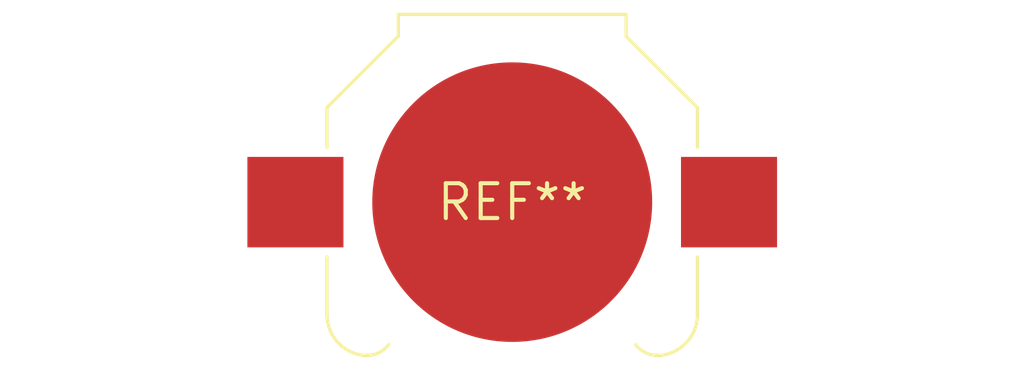
<source format=kicad_pcb>
(kicad_pcb (version 20240108) (generator pcbnew)
  (layers (0 "F.Cu" signal) (31 "B.Cu" signal) (34 "B.Paste" user) (35 "F.Paste" user) (36 "B.SilkS" user "B.Silkscreen") (37 "F.SilkS" user "F.Silkscreen") (38 "B.Mask" user) (39 "F.Mask" user) (44 "Edge.Cuts" user))
  (net 0 "")
  (footprint "BatteryHolder_Keystone_3000_1x12mm" (layer "F.Cu") (at 0 0)
    (property "Reference" "REF**")
    (property "Value" "BatteryHolder_Keystone_3000_1x12mm")
    (fp_line (start -6.75 -3.45) (end -4.15 -6.05) (layer "F.SilkS") (stroke (width 0.12)))
    (fp_line (start -6.75 -2) (end -6.75 -3.45) (layer "F.SilkS") (stroke (width 0.12)))
    (fp_line (start -6.75 2) (end -6.75 4.1) (layer "F.SilkS") (stroke (width 0.12)))
    (fp_line (start -4.15 -6.85) (end 4.15 -6.85) (layer "F.SilkS") (stroke (width 0.12)))
    (fp_line (start -4.15 -6.05) (end -4.15 -6.85) (layer "F.SilkS") (stroke (width 0.12)))
    (fp_line (start 4.15 -6.85) (end 4.15 -6.05) (layer "F.SilkS") (stroke (width 0.12)))
    (fp_line (start 4.15 -6.05) (end 6.75 -3.45) (layer "F.SilkS") (stroke (width 0.12)))
    (fp_line (start 6.75 -3.45) (end 6.75 -2) (layer "F.SilkS") (stroke (width 0.12)))
    (fp_line (start 6.75 2) (end 6.75 4.1) (layer "F.SilkS") (stroke (width 0.12)))
    (fp_arc (start -5.3 5.6) (mid -6.346016 5.125305) (end -6.75 4.05) (layer "F.SilkS") (stroke (width 0.12)))
    (fp_arc (start -4.5 5.2) (mid -4.90584 5.514615) (end -5.414615 5.58416) (layer "F.SilkS") (stroke (width 0.12)))
    (fp_arc (start 5.414615 5.58416) (mid 4.90584 5.514615) (end 4.5 5.2) (layer "F.SilkS") (stroke (width 0.12)))
    (fp_arc (start 6.75 4.05) (mid 6.346016 5.125305) (end 5.3 5.6) (layer "F.SilkS") (stroke (width 0.12)))
    (pad "1" smd rect (at -7.9 0) (size 3.5 3.3) (layers "F.Cu" "F.Paste" "F.Mask"))
    (pad "1" smd rect (at 7.9 0) (size 3.5 3.3) (layers "F.Cu" "F.Paste" "F.Mask"))
    (pad "2" smd circle (at 0 0) (size 10.2 10.2) (layers "F.Cu" "F.Mask"))
  )
)
</source>
